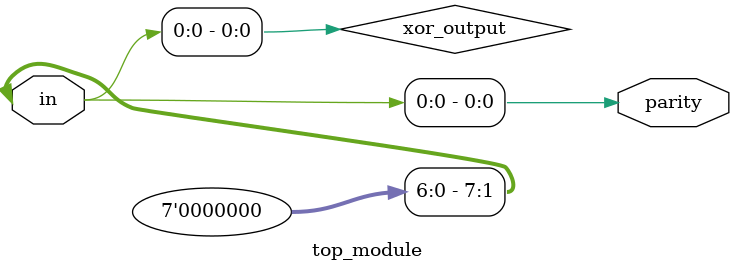
<source format=sv>
module top_module (
	input [7:0] in,
	output parity
);

	// Internal wire for holding the XOR of all 8 data bits
	wire xor_output;

	// Calculate the XOR of all 8 data bits
	xor xor_gate (
		.in(in),
		.out(xor_output)
	);

	// Assign the output of the XOR gate to the parity output
	assign parity = xor_output;

endmodule

</source>
